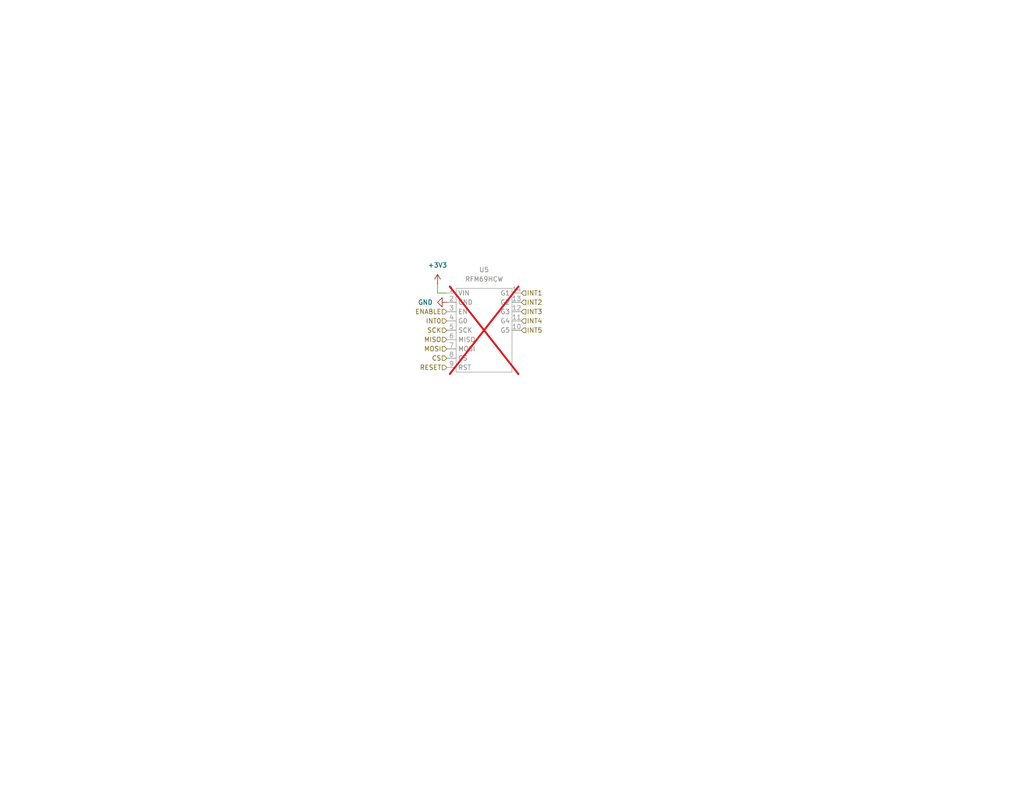
<source format=kicad_sch>
(kicad_sch (version 20231120) (generator "eeschema") (generator_version "8.0")
  (paper "USLetter")
  (lib_symbols
    (symbol "TVSC:RFM69HCW_Adafruit_Breakout"
      (property "Reference" "U" (at 0 0 0))
      (property "Value" "RFM69HCW" (at 0 12.7 0))
      (symbol "RFM69HCW_Adafruit_Breakout_0_1"
        (rectangle (start -7.62 10.16) (end 7.62 -12.7))
      )
      (symbol "RFM69HCW_Adafruit_Breakout_1_1"
        (pin power_in line (at -10.16 8.89 0) (length 2.54) (name "VIN") (number "1"))
        (pin bidirectional line (at 10.16 -1.27 180) (length 2.54) (name "G5") (number "10"))
        (pin bidirectional line (at 10.16 1.27 180) (length 2.54) (name "G4") (number "11"))
        (pin bidirectional line (at 10.16 3.81 180) (length 2.54) (name "G3") (number "12"))
        (pin bidirectional line (at 10.16 6.35 180) (length 2.54) (name "G2") (number "13"))
        (pin bidirectional line (at 10.16 8.89 180) (length 2.54) (name "G1") (number "14"))
        (pin power_in line (at -10.16 6.35 0) (length 2.54) (name "GND") (number "2"))
        (pin open_collector line (at -10.16 3.81 0) (length 2.54) (name "EN") (number "3"))
        (pin bidirectional line (at -10.16 1.27 0) (length 2.54) (name "G0") (number "4"))
        (pin input line (at -10.16 -1.27 0) (length 2.54) (name "SCK") (number "5"))
        (pin output line (at -10.16 -3.81 0) (length 2.54) (name "MISO") (number "6"))
        (pin input line (at -10.16 -6.35 0) (length 2.54) (name "MOSI") (number "7"))
        (pin input line (at -10.16 -8.89 0) (length 2.54) (name "CS") (number "8"))
        (pin open_collector line (at -10.16 -11.43 0) (length 2.54) (name "RST") (number "9"))
      )
    )
    (symbol "power:+3V3" (power) (pin_numbers hide) (pin_names (offset 0) hide)
      (property "Value" "+3V3" (at 0 3.556 0))
      (symbol "+3V3_0_1"
        (polyline (pts (xy -0.762 1.27) (xy 0 2.54)))
        (polyline (pts (xy 0 0) (xy 0 2.54)))
        (polyline (pts (xy 0 2.54) (xy 0.762 1.27)))
      )
      (symbol "+3V3_1_1"
        (pin power_in line (at 0 0 90) (length 0) (name "~") (number "1"))
      )
    )
    (symbol "power:GND" (power) (pin_numbers hide) (pin_names (offset 0) hide)
      (property "Value" "GND" (at 0 -3.81 0))
      (symbol "GND_0_1"
        (polyline (pts (xy 0 0) (xy 0 -1.27) (xy 1.27 -1.27) (xy 0 -2.54) (xy -1.27 -1.27) (xy 0 -1.27)))
      )
      (symbol "GND_1_1"
        (pin power_in line (at 0 0 270) (length 0) (name "~") (number "1"))
      )
    )
  )
  (wire (pts (xy 119.38 77.47) (xy 119.38 80.01)))
  (wire (pts (xy 121.92 80.01) (xy 119.38 80.01)))
  (hierarchical_label "CS" (shape input) (at 121.92 97.79 180))
  (hierarchical_label "INT5" (shape input) (at 142.24 90.17 0))
  (hierarchical_label "ENABLE" (shape input) (at 121.92 85.09 180))
  (hierarchical_label "INT4" (shape input) (at 142.24 87.63 0))
  (hierarchical_label "MISO" (shape input) (at 121.92 92.71 180))
  (hierarchical_label "INT1" (shape input) (at 142.24 80.01 0))
  (hierarchical_label "INT3" (shape input) (at 142.24 85.09 0))
  (hierarchical_label "INT2" (shape input) (at 142.24 82.55 0))
  (hierarchical_label "INT0" (shape input) (at 121.92 87.63 180))
  (hierarchical_label "MOSI" (shape input) (at 121.92 95.25 180))
  (hierarchical_label "RESET" (shape input) (at 121.92 100.33 180))
  (hierarchical_label "SCK" (shape input) (at 121.92 90.17 180))
  (symbol (lib_id "power:+3V3") (at 119.38 77.47 0) (unit 1)
    (property "Reference" "#PWR34" (effects (hide yes)))
    (property "Value" "+3V3" (at 119.38 72.39 0))
    (property "Description" "Power symbol creates a global label with name \"+3V3\"" (effects (hide yes)))
  )
  (symbol (lib_id "power:GND") (at 121.92 82.55 270) (unit 1)
    (property "Reference" "#PWR35" (effects (hide yes)))
    (property "Value" "GND" (at 118.11 82.5499 90) (effects (justify right)))
    (property "Description" "Power symbol creates a global label with name \"GND\" , ground" (effects (hide yes)))
  )
  (symbol (lib_id "TVSC:RFM69HCW_Adafruit_Breakout") (at 132.08 88.9 0) (unit 1) (dnp yes)
    (property "Reference" "U5" (at 132.08 73.66 0))
    (property "Value" "RFM69HCW" (at 132.08 76.2 0))
    (property "Footprint" "footprints:RFM69HCW_Adafruit_Breakout" (effects (hide yes)))
    (property "Datasheet" "https://learn.adafruit.com/adafruit-rfm69hcw-and-rfm96-rfm95-rfm98-lora-packet-padio-breakouts/overview" (effects (hide yes)))
    (property "Active" "Y" (effects (hide yes)))
    (property "MPN" "NA" (effects (hide yes)))
  )
)
</source>
